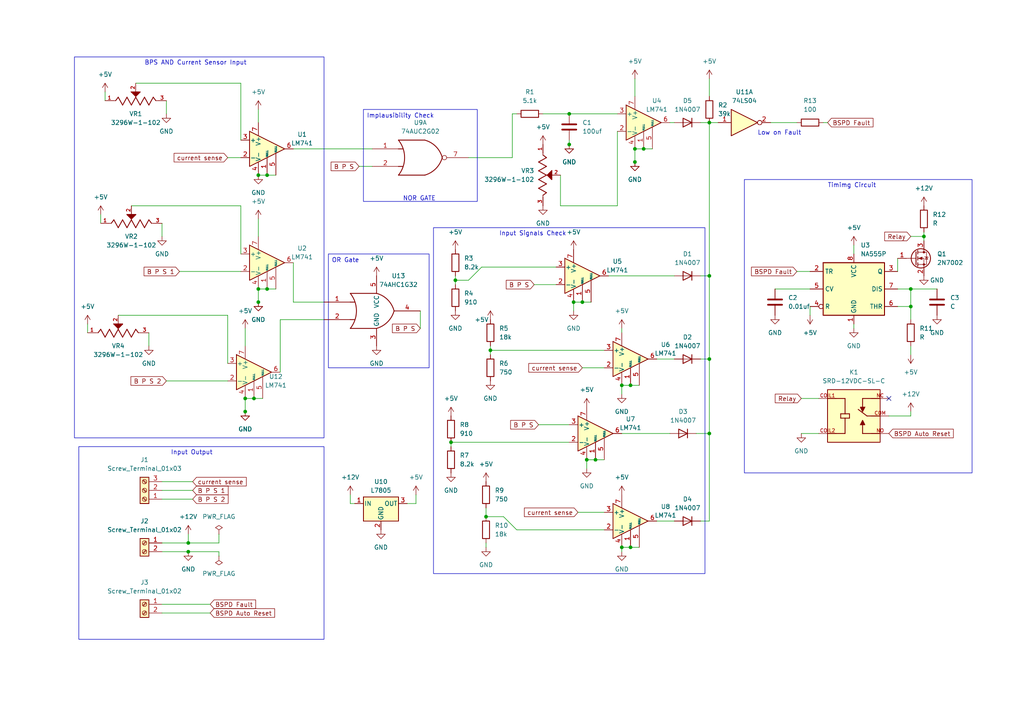
<source format=kicad_sch>
(kicad_sch (version 20230121) (generator eeschema)
  (paper "A4")
  (title_block (title "Shrey Shalan") (rev "V1") (company "Phoenix Racing"))
  (lib_symbols
    (symbol "3296W-1-102:3296W-1-102" (pin_names (offset 1.016))
      (property "Reference" "VR" (at -5.0871 10.1742 0))
      (property "Value" "3296W-1-102" (at -5.0926 -5.0926 0))
      (symbol "3296W-1-102_0_0"
        (polyline (pts (xy -6.35 0) (xy -5.842 0)) (stroke (width 0.1524)))
        (polyline (pts (xy -5.842 0) (xy -5.08 1.016)) (stroke (width 0.254)))
        (polyline (pts (xy -5.08 1.016) (xy -3.81 -1.27)) (stroke (width 0.254)))
        (polyline (pts (xy -3.81 -1.27) (xy -2.54 1.016)) (stroke (width 0.254)))
        (polyline (pts (xy -2.54 1.016) (xy -1.27 -1.27)) (stroke (width 0.254)))
        (polyline (pts (xy -1.27 -1.27) (xy 0 1.016)) (stroke (width 0.254)))
        (polyline (pts (xy -1.27 2.54) (xy 1.27 2.54)) (stroke (width 0.254)))
        (polyline (pts (xy 0 1.016) (xy 1.27 -1.27)) (stroke (width 0.254)))
        (polyline (pts (xy 0 1.27) (xy -1.27 2.54)) (stroke (width 0.254)))
        (polyline (pts (xy 1.27 -1.27) (xy 2.54 1.016)) (stroke (width 0.254)))
        (polyline (pts (xy 1.27 2.54) (xy 0 1.27)) (stroke (width 0.254)))
        (polyline (pts (xy 2.54 1.016) (xy 3.81 -1.27)) (stroke (width 0.254)))
        (polyline (pts (xy 3.81 -1.27) (xy 5.08 1.016)) (stroke (width 0.254)))
        (polyline (pts (xy 5.842 0) (xy 5.08 1.016)) (stroke (width 0.254)))
        (polyline (pts (xy 5.842 0) (xy 6.35 0)) (stroke (width 0.1524)))
        (polyline (pts (xy -1.27 2.54) (xy 1.27 2.54) (xy 0 1.27) (xy -1.27 2.54)) (stroke (width 0.254)) (fill (type outline)))
        (pin passive line (at -8.89 0 0) (length 2.54) (name "~") (number "1"))
        (pin passive line (at 0 5.08 270) (length 2.54) (name "~") (number "2"))
        (pin passive line (at 8.89 0 180) (length 2.54) (name "~") (number "3"))
      )
    )
    (symbol "74xGxx:74AHC1G32"
      (property "Reference" "U" (at -2.54 3.81 0))
      (property "Value" "74AHC1G32" (at 0 -3.81 0))
      (symbol "74AHC1G32_0_1"
        (arc (start -7.62 -5.08) (mid -5.838 0) (end -7.62 5.08) (stroke (width 0.254)))
        (arc (start 0 -5.08) (mid 3.1986 -3.2054) (end 5.08 0) (stroke (width 0.254)))
        (polyline (pts (xy -7.62 -2.54) (xy -6.35 -2.54)) (stroke (width 0.254)) (fill (type background)))
        (polyline (pts (xy -7.62 2.54) (xy -6.35 2.54)) (stroke (width 0.254)) (fill (type background)))
        (polyline (pts (xy 0 -5.08) (xy -7.62 -5.08)) (stroke (width 0.254)) (fill (type background)))
        (polyline (pts (xy 0 5.08) (xy -7.62 5.08)) (stroke (width 0.254)) (fill (type background)))
        (arc (start 5.08 0) (mid 3.2238 3.2304) (end 0 5.08) (stroke (width 0.254)))
      )
      (symbol "74AHC1G32_1_1"
        (pin input line (at -15.24 2.54 0) (length 7.62) (name "~") (number "1"))
        (pin input line (at -15.24 -2.54 0) (length 7.62) (name "~") (number "2"))
        (pin power_in line (at 0 -10.16 90) (length 5.08) (name "GND") (number "3"))
        (pin output line (at 12.7 0 180) (length 7.62) (name "~") (number "4"))
        (pin power_in line (at 0 10.16 270) (length 5.08) (name "VCC") (number "5"))
      )
    )
    (symbol "74xGxx:74AUC2G02"
      (property "Reference" "U" (at -2.54 3.81 0))
      (property "Value" "74AUC2G02" (at 0 -3.81 0))
      (symbol "74AUC2G02_1_1"
        (arc (start -7.62 -5.08) (mid -5.838 0) (end -7.62 5.08) (stroke (width 0.254)))
        (arc (start 0 -5.08) (mid 3.1986 -3.2054) (end 5.08 0) (stroke (width 0.254)))
        (polyline (pts (xy -7.62 -2.54) (xy -6.35 -2.54)) (stroke (width 0.254)) (fill (type background)))
        (polyline (pts (xy -7.62 2.54) (xy -6.35 2.54)) (stroke (width 0.254)) (fill (type background)))
        (polyline (pts (xy 0 -5.08) (xy -7.62 -5.08)) (stroke (width 0.254)) (fill (type background)))
        (polyline (pts (xy 0 5.08) (xy -7.62 5.08)) (stroke (width 0.254)) (fill (type background)))
        (arc (start 5.08 0) (mid 3.2238 3.2304) (end 0 5.08) (stroke (width 0.254)))
        (pin input line (at -15.24 2.54 0) (length 7.62) (name "~") (number "1"))
        (pin input line (at -15.24 -2.54 0) (length 7.62) (name "~") (number "2"))
        (pin output inverted (at 12.7 0 180) (length 7.62) (name "~") (number "7"))
      )
      (symbol "74AUC2G02_2_1"
        (arc (start -7.62 -5.08) (mid -5.838 0) (end -7.62 5.08) (stroke (width 0.254)))
        (arc (start 0 -5.08) (mid 3.1986 -3.2054) (end 5.08 0) (stroke (width 0.254)))
        (polyline (pts (xy -7.62 -2.54) (xy -6.35 -2.54)) (stroke (width 0.254)) (fill (type background)))
        (polyline (pts (xy -7.62 2.54) (xy -6.35 2.54)) (stroke (width 0.254)) (fill (type background)))
        (polyline (pts (xy 0 -5.08) (xy -7.62 -5.08)) (stroke (width 0.254)) (fill (type background)))
        (polyline (pts (xy 0 5.08) (xy -7.62 5.08)) (stroke (width 0.254)) (fill (type background)))
        (arc (start 5.08 0) (mid 3.2238 3.2304) (end 0 5.08) (stroke (width 0.254)))
        (pin output inverted (at 12.7 0 180) (length 7.62) (name "~") (number "3"))
        (pin input line (at -15.24 2.54 0) (length 7.62) (name "~") (number "5"))
        (pin input line (at -15.24 -2.54 0) (length 7.62) (name "~") (number "6"))
      )
      (symbol "74AUC2G02_3_0"
        (rectangle (start -5.08 -5.08) (end 5.08 5.08) (stroke (width 0.254)) (fill (type background)))
      )
      (symbol "74AUC2G02_3_1"
        (pin power_in line (at 0 -10.16 90) (length 5.08) (name "GND") (number "4"))
        (pin power_in line (at 0 10.16 270) (length 5.08) (name "VCC") (number "8"))
      )
    )
    (symbol "74xx:74LS04"
      (property "Reference" "U" (at 0 1.27 0))
      (property "Value" "74LS04" (at 0 -1.27 0))
      (symbol "74LS04_1_0"
        (polyline (pts (xy -3.81 3.81) (xy -3.81 -3.81) (xy 3.81 0) (xy -3.81 3.81)) (stroke (width 0.254)) (fill (type background)))
        (pin input line (at -7.62 0 0) (length 3.81) (name "~") (number "1"))
        (pin output inverted (at 7.62 0 180) (length 3.81) (name "~") (number "2"))
      )
      (symbol "74LS04_2_0"
        (polyline (pts (xy -3.81 3.81) (xy -3.81 -3.81) (xy 3.81 0) (xy -3.81 3.81)) (stroke (width 0.254)) (fill (type background)))
        (pin input line (at -7.62 0 0) (length 3.81) (name "~") (number "3"))
        (pin output inverted (at 7.62 0 180) (length 3.81) (name "~") (number "4"))
      )
      (symbol "74LS04_3_0"
        (polyline (pts (xy -3.81 3.81) (xy -3.81 -3.81) (xy 3.81 0) (xy -3.81 3.81)) (stroke (width 0.254)) (fill (type background)))
        (pin input line (at -7.62 0 0) (length 3.81) (name "~") (number "5"))
        (pin output inverted (at 7.62 0 180) (length 3.81) (name "~") (number "6"))
      )
      (symbol "74LS04_4_0"
        (polyline (pts (xy -3.81 3.81) (xy -3.81 -3.81) (xy 3.81 0) (xy -3.81 3.81)) (stroke (width 0.254)) (fill (type background)))
        (pin output inverted (at 7.62 0 180) (length 3.81) (name "~") (number "8"))
        (pin input line (at -7.62 0 0) (length 3.81) (name "~") (number "9"))
      )
      (symbol "74LS04_5_0"
        (polyline (pts (xy -3.81 3.81) (xy -3.81 -3.81) (xy 3.81 0) (xy -3.81 3.81)) (stroke (width 0.254)) (fill (type background)))
        (pin output inverted (at 7.62 0 180) (length 3.81) (name "~") (number "10"))
        (pin input line (at -7.62 0 0) (length 3.81) (name "~") (number "11"))
      )
      (symbol "74LS04_6_0"
        (polyline (pts (xy -3.81 3.81) (xy -3.81 -3.81) (xy 3.81 0) (xy -3.81 3.81)) (stroke (width 0.254)) (fill (type background)))
        (pin output inverted (at 7.62 0 180) (length 3.81) (name "~") (number "12"))
        (pin input line (at -7.62 0 0) (length 3.81) (name "~") (number "13"))
      )
      (symbol "74LS04_7_0"
        (pin power_in line (at 0 12.7 270) (length 5.08) (name "VCC") (number "14"))
        (pin power_in line (at 0 -12.7 90) (length 5.08) (name "GND") (number "7"))
      )
      (symbol "74LS04_7_1"
        (rectangle (start -5.08 7.62) (end 5.08 -7.62) (stroke (width 0.254)) (fill (type background)))
      )
    )
    (symbol "Amplifier_Operational:LM741" (pin_names (offset 0.127))
      (property "Reference" "U" (at 0 6.35 0))
      (property "Value" "LM741" (at 0 3.81 0))
      (symbol "LM741_0_1"
        (polyline (pts (xy -5.08 5.08) (xy 5.08 0) (xy -5.08 -5.08) (xy -5.08 5.08)) (stroke (width 0.254)) (fill (type background)))
      )
      (symbol "LM741_1_1"
        (pin input line (at 0 -7.62 90) (length 5.08) (name "NULL") (number "1"))
        (pin input line (at -7.62 -2.54 0) (length 2.54) (name "-") (number "2"))
        (pin input line (at -7.62 2.54 0) (length 2.54) (name "+") (number "3"))
        (pin power_in line (at -2.54 -7.62 90) (length 3.81) (name "V-") (number "4"))
        (pin input line (at 2.54 -7.62 90) (length 6.35) (name "NULL") (number "5"))
        (pin output line (at 7.62 0 180) (length 2.54) (name "~") (number "6"))
        (pin power_in line (at -2.54 7.62 270) (length 3.81) (name "V+") (number "7"))
        (pin no_connect line (at 0 2.54 270) (length 2.54) hide (name "NC") (number "8"))
      )
    )
    (symbol "Connector:Screw_Terminal_01x02" (pin_names (offset 1.016) hide)
      (property "Reference" "J" (at 0 2.54 0))
      (property "Value" "Screw_Terminal_01x02" (at 0 -5.08 0))
      (symbol "Screw_Terminal_01x02_1_1"
        (rectangle (start -1.27 1.27) (end 1.27 -3.81) (stroke (width 0.254)) (fill (type background)))
        (circle (center 0 -2.54) (radius 0.635) (stroke (width 0.1524)))
        (polyline (pts (xy -0.5334 -2.2098) (xy 0.3302 -3.048)) (stroke (width 0.1524)))
        (polyline (pts (xy -0.5334 0.3302) (xy 0.3302 -0.508)) (stroke (width 0.1524)))
        (polyline (pts (xy -0.3556 -2.032) (xy 0.508 -2.8702)) (stroke (width 0.1524)))
        (polyline (pts (xy -0.3556 0.508) (xy 0.508 -0.3302)) (stroke (width 0.1524)))
        (circle (center 0 0) (radius 0.635) (stroke (width 0.1524)))
        (pin passive line (at -5.08 0 0) (length 3.81) (name "Pin_1") (number "1"))
        (pin passive line (at -5.08 -2.54 0) (length 3.81) (name "Pin_2") (number "2"))
      )
    )
    (symbol "Connector:Screw_Terminal_01x03" (pin_names (offset 1.016) hide)
      (property "Reference" "J" (at 0 5.08 0))
      (property "Value" "Screw_Terminal_01x03" (at 0 -5.08 0))
      (symbol "Screw_Terminal_01x03_1_1"
        (rectangle (start -1.27 3.81) (end 1.27 -3.81) (stroke (width 0.254)) (fill (type background)))
        (circle (center 0 -2.54) (radius 0.635) (stroke (width 0.1524)))
        (polyline (pts (xy -0.5334 -2.2098) (xy 0.3302 -3.048)) (stroke (width 0.1524)))
        (polyline (pts (xy -0.5334 0.3302) (xy 0.3302 -0.508)) (stroke (width 0.1524)))
        (polyline (pts (xy -0.5334 2.8702) (xy 0.3302 2.032)) (stroke (width 0.1524)))
        (polyline (pts (xy -0.3556 -2.032) (xy 0.508 -2.8702)) (stroke (width 0.1524)))
        (polyline (pts (xy -0.3556 0.508) (xy 0.508 -0.3302)) (stroke (width 0.1524)))
        (polyline (pts (xy -0.3556 3.048) (xy 0.508 2.2098)) (stroke (width 0.1524)))
        (circle (center 0 0) (radius 0.635) (stroke (width 0.1524)))
        (circle (center 0 2.54) (radius 0.635) (stroke (width 0.1524)))
        (pin passive line (at -5.08 2.54 0) (length 3.81) (name "Pin_1") (number "1"))
        (pin passive line (at -5.08 0 0) (length 3.81) (name "Pin_2") (number "2"))
        (pin passive line (at -5.08 -2.54 0) (length 3.81) (name "Pin_3") (number "3"))
      )
    )
    (symbol "Device:C" (pin_numbers hide) (pin_names (offset 0.254))
      (property "Reference" "C" (at 0.635 2.54 0))
      (property "Value" "C" (at 0.635 -2.54 0))
      (symbol "C_0_1"
        (polyline (pts (xy -2.032 -0.762) (xy 2.032 -0.762)) (stroke (width 0.508)))
        (polyline (pts (xy -2.032 0.762) (xy 2.032 0.762)) (stroke (width 0.508)))
      )
      (symbol "C_1_1"
        (pin passive line (at 0 3.81 270) (length 2.794) (name "~") (number "1"))
        (pin passive line (at 0 -3.81 90) (length 2.794) (name "~") (number "2"))
      )
    )
    (symbol "Device:R" (pin_numbers hide) (pin_names (offset 0))
      (property "Reference" "R" (at 2.032 0 90))
      (property "Value" "R" (at 0 0 90))
      (symbol "R_0_1"
        (rectangle (start -1.016 -2.54) (end 1.016 2.54) (stroke (width 0.254)))
      )
      (symbol "R_1_1"
        (pin passive line (at 0 3.81 270) (length 1.27) (name "~") (number "1"))
        (pin passive line (at 0 -3.81 90) (length 1.27) (name "~") (number "2"))
      )
    )
    (symbol "Diode:1N4007" (pin_numbers hide) (pin_names hide)
      (property "Reference" "D" (at 0 2.54 0))
      (property "Value" "1N4007" (at 0 -2.54 0))
      (symbol "1N4007_0_1"
        (polyline (pts (xy -1.27 1.27) (xy -1.27 -1.27)) (stroke (width 0.254)))
        (polyline (pts (xy 1.27 0) (xy -1.27 0)))
        (polyline (pts (xy 1.27 1.27) (xy 1.27 -1.27) (xy -1.27 0) (xy 1.27 1.27)) (stroke (width 0.254)))
      )
      (symbol "1N4007_1_1"
        (pin passive line (at -3.81 0 0) (length 2.54) (name "K") (number "1"))
        (pin passive line (at 3.81 0 180) (length 2.54) (name "A") (number "2"))
      )
    )
    (symbol "Regulator_Linear:L7805" (pin_names (offset 0.254))
      (property "Reference" "U" (at -3.81 3.175 0))
      (property "Value" "L7805" (at 0 3.175 0))
      (symbol "L7805_0_1"
        (rectangle (start -5.08 1.905) (end 5.08 -5.08) (stroke (width 0.254)) (fill (type background)))
      )
      (symbol "L7805_1_1"
        (pin power_in line (at -7.62 0 0) (length 2.54) (name "IN") (number "1"))
        (pin power_in line (at 0 -7.62 90) (length 2.54) (name "GND") (number "2"))
        (pin power_out line (at 7.62 0 180) (length 2.54) (name "OUT") (number "3"))
      )
    )
    (symbol "SRD-12VDC-SL-C:SRD-12VDC-SL-C" (pin_names (offset 1.016))
      (property "Reference" "K" (at -7.62 8.89 0))
      (property "Value" "SRD-12VDC-SL-C" (at -7.62 -10.16 0))
      (symbol "SRD-12VDC-SL-C_0_0"
        (rectangle (start -7.62 -7.62) (end 7.62 7.62) (stroke (width 0.254)) (fill (type background)))
        (polyline (pts (xy -7.62 -5.08) (xy -2.54 -5.08)) (stroke (width 0.254)))
        (polyline (pts (xy -7.62 5.08) (xy -2.54 5.08)) (stroke (width 0.254)))
        (polyline (pts (xy -3.81 -0.635) (xy -3.81 0.635)) (stroke (width 0.254)))
        (polyline (pts (xy -3.81 0.635) (xy -2.54 0.635)) (stroke (width 0.254)))
        (polyline (pts (xy -2.54 -0.635) (xy -3.81 -0.635)) (stroke (width 0.254)))
        (polyline (pts (xy -2.54 -0.635) (xy -2.54 -5.08)) (stroke (width 0.254)))
        (polyline (pts (xy -2.54 0.635) (xy -1.27 0.635)) (stroke (width 0.254)))
        (polyline (pts (xy -2.54 5.08) (xy -2.54 0.635)) (stroke (width 0.254)))
        (polyline (pts (xy -1.27 -0.635) (xy -2.54 -0.635)) (stroke (width 0.254)))
        (polyline (pts (xy -1.27 0.635) (xy -1.27 -0.635)) (stroke (width 0.254)))
        (polyline (pts (xy 2.54 -5.08) (xy 2.54 -2.54)) (stroke (width 0.254)))
        (polyline (pts (xy 2.54 5.08) (xy 2.54 2.54)) (stroke (width 0.254)))
        (polyline (pts (xy 2.54 5.08) (xy 7.62 5.08)) (stroke (width 0.254)))
        (polyline (pts (xy 3.81 0) (xy 1.27 1.905)) (stroke (width 0.254)))
        (polyline (pts (xy 7.62 -5.08) (xy 2.54 -5.08)) (stroke (width 0.254)))
        (polyline (pts (xy 7.62 0) (xy 3.81 0)) (stroke (width 0.254)))
        (polyline (pts (xy 1.905 -2.54) (xy 3.175 -2.54) (xy 2.54 -1.27) (xy 1.905 -2.54)) (stroke (width 0.254)) (fill (type outline)))
        (polyline (pts (xy 3.175 2.54) (xy 1.905 2.54) (xy 2.54 1.27) (xy 3.175 2.54)) (stroke (width 0.254)) (fill (type outline)))
        (pin passive line (at -10.16 5.08 0) (length 5.08) (name "~") (number "COIL1"))
        (pin passive line (at -10.16 -5.08 0) (length 5.08) (name "~") (number "COIL2"))
        (pin passive line (at 10.16 0 180) (length 5.08) (name "~") (number "COM"))
        (pin passive line (at 10.16 5.08 180) (length 5.08) (name "~") (number "NC"))
        (pin passive line (at 10.16 -5.08 180) (length 5.08) (name "~") (number "NO"))
      )
    )
    (symbol "Timer:NA555P"
      (property "Reference" "U" (at -10.16 8.89 0))
      (property "Value" "NA555P" (at 2.54 8.89 0))
      (symbol "NA555P_0_0"
        (pin power_in line (at 0 -10.16 90) (length 2.54) (name "GND") (number "1"))
        (pin power_in line (at 0 10.16 270) (length 2.54) (name "VCC") (number "8"))
      )
      (symbol "NA555P_0_1"
        (rectangle (start -8.89 -7.62) (end 8.89 7.62) (stroke (width 0.254)) (fill (type background)))
        (rectangle (start -8.89 -7.62) (end 8.89 7.62) (stroke (width 0.254)) (fill (type background)))
      )
      (symbol "NA555P_1_1"
        (pin input line (at -12.7 5.08 0) (length 3.81) (name "TR") (number "2"))
        (pin output line (at 12.7 5.08 180) (length 3.81) (name "Q") (number "3"))
        (pin input inverted (at -12.7 -5.08 0) (length 3.81) (name "R") (number "4"))
        (pin input line (at -12.7 0 0) (length 3.81) (name "CV") (number "5"))
        (pin input line (at 12.7 -5.08 180) (length 3.81) (name "THR") (number "6"))
        (pin input line (at 12.7 0 180) (length 3.81) (name "DIS") (number "7"))
      )
    )
    (symbol "Transistor_FET:2N7002" (pin_names hide)
      (property "Reference" "Q" (at 5.08 1.905 0))
      (property "Value" "2N7002" (at 5.08 0 0))
      (symbol "2N7002_0_1"
        (polyline (pts (xy 0.254 0) (xy -2.54 0)))
        (polyline (pts (xy 0.254 1.905) (xy 0.254 -1.905)) (stroke (width 0.254)))
        (polyline (pts (xy 0.762 -1.27) (xy 0.762 -2.286)) (stroke (width 0.254)))
        (polyline (pts (xy 0.762 0.508) (xy 0.762 -0.508)) (stroke (width 0.254)))
        (polyline (pts (xy 0.762 2.286) (xy 0.762 1.27)) (stroke (width 0.254)))
        (polyline (pts (xy 2.54 2.54) (xy 2.54 1.778)))
        (polyline (pts (xy 2.54 -2.54) (xy 2.54 0) (xy 0.762 0)))
        (polyline (pts (xy 0.762 -1.778) (xy 3.302 -1.778) (xy 3.302 1.778) (xy 0.762 1.778)))
        (polyline (pts (xy 1.016 0) (xy 2.032 0.381) (xy 2.032 -0.381) (xy 1.016 0)) (fill (type outline)))
        (polyline (pts (xy 2.794 0.508) (xy 2.921 0.381) (xy 3.683 0.381) (xy 3.81 0.254)))
        (polyline (pts (xy 3.302 0.381) (xy 2.921 -0.254) (xy 3.683 -0.254) (xy 3.302 0.381)))
        (circle (center 1.651 0) (radius 2.794) (stroke (width 0.254)))
        (circle (center 2.54 -1.778) (radius 0.254) (fill (type outline)))
        (circle (center 2.54 1.778) (radius 0.254) (fill (type outline)))
      )
      (symbol "2N7002_1_1"
        (pin input line (at -5.08 0 0) (length 2.54) (name "G") (number "1"))
        (pin passive line (at 2.54 -5.08 90) (length 2.54) (name "S") (number "2"))
        (pin passive line (at 2.54 5.08 270) (length 2.54) (name "D") (number "3"))
      )
    )
    (symbol "power:+12V" (power) (pin_names (offset 0))
      (property "Value" "+12V" (at 0 3.556 0))
      (symbol "+12V_0_1"
        (polyline (pts (xy -0.762 1.27) (xy 0 2.54)))
        (polyline (pts (xy 0 0) (xy 0 2.54)))
        (polyline (pts (xy 0 2.54) (xy 0.762 1.27)))
      )
      (symbol "+12V_1_1"
        (pin power_in line (at 0 0 90) (length 0) hide (name "+12V") (number "1"))
      )
    )
    (symbol "power:+5V" (power) (pin_names (offset 0))
      (property "Value" "+5V" (at 0 3.556 0))
      (symbol "+5V_0_1"
        (polyline (pts (xy -0.762 1.27) (xy 0 2.54)))
        (polyline (pts (xy 0 0) (xy 0 2.54)))
        (polyline (pts (xy 0 2.54) (xy 0.762 1.27)))
      )
      (symbol "+5V_1_1"
        (pin power_in line (at 0 0 90) (length 0) hide (name "+5V") (number "1"))
      )
    )
    (symbol "power:GND" (power) (pin_names (offset 0))
      (property "Value" "GND" (at 0 -3.81 0))
      (symbol "GND_0_1"
        (polyline (pts (xy 0 0) (xy 0 -1.27) (xy 1.27 -1.27) (xy 0 -2.54) (xy -1.27 -1.27) (xy 0 -1.27)))
      )
      (symbol "GND_1_1"
        (pin power_in line (at 0 0 270) (length 0) hide (name "GND") (number "1"))
      )
    )
    (symbol "power:PWR_FLAG" (power) (pin_numbers hide) (pin_names (offset 0) hide)
      (property "Value" "PWR_FLAG" (at 0 3.81 0))
      (symbol "PWR_FLAG_0_0"
        (pin power_out line (at 0 0 90) (length 0) (name "pwr") (number "1"))
      )
      (symbol "PWR_FLAG_0_1"
        (polyline (pts (xy 0 0) (xy 0 1.27) (xy -1.016 1.905) (xy 0 2.54) (xy 1.016 1.905) (xy 0 1.27)))
      )
    )
  )
  (junction (at 205.74 125.73))
  (junction (at 170.18 133.35))
  (junction (at 172.72 133.35))
  (junction (at 205.74 80.01))
  (junction (at 74.93 50.8))
  (junction (at 186.69 43.18))
  (junction (at 180.34 158.75))
  (junction (at 264.16 88.9))
  (junction (at 182.88 111.76))
  (junction (at 180.34 111.76))
  (junction (at 132.08 81.28))
  (junction (at 267.97 68.58))
  (junction (at 184.15 46.99))
  (junction (at 77.47 50.8))
  (junction (at 205.74 104.14))
  (junction (at 73.66 115.57))
  (junction (at 165.1 33.02))
  (junction (at 54.61 160.02))
  (junction (at 74.93 87.63))
  (junction (at 71.12 115.57))
  (junction (at 166.37 87.63))
  (junction (at 184.15 43.18))
  (junction (at 264.16 83.82))
  (junction (at 140.97 149.86))
  (junction (at 54.61 157.48))
  (junction (at 182.88 158.75))
  (junction (at 77.47 83.82))
  (junction (at 71.12 119.38))
  (junction (at 168.91 87.63))
  (junction (at 74.93 83.82))
  (junction (at 142.24 101.6))
  (junction (at 130.81 128.27))
  (junction (at 205.74 35.56))
  (junction (at 165.1 41.91))
  (no_connect (at 257.81 115.57))
  (wire (pts (xy 184.15 43.18) (xy 186.69 43.18)))
  (wire (pts (xy 130.81 128.27) (xy 165.1 128.27)))
  (wire (pts (xy 46.99 64.77) (xy 46.99 68.58)))
  (wire (pts (xy 132.08 81.28) (xy 132.08 82.55)))
  (wire (pts (xy 190.5 104.14) (xy 195.58 104.14)))
  (wire (pts (xy 234.95 88.9) (xy 234.95 91.44)))
  (wire (pts (xy 224.79 83.82) (xy 234.95 83.82)))
  (wire (pts (xy 149.86 153.67) (xy 146.05 149.86)))
  (wire (pts (xy 48.26 110.49) (xy 66.04 110.49)))
  (wire (pts (xy 46.99 157.48) (xy 54.61 157.48)))
  (wire (pts (xy 203.2 151.13) (xy 205.74 151.13)))
  (wire (pts (xy 148.59 33.02) (xy 149.86 33.02)))
  (wire (pts (xy 154.94 82.55) (xy 161.29 82.55)))
  (wire (pts (xy 46.99 160.02) (xy 54.61 160.02)))
  (wire (pts (xy 186.69 43.18) (xy 189.23 43.18)))
  (wire (pts (xy 101.6 143.51) (xy 101.6 146.05)))
  (wire (pts (xy 203.2 35.56) (xy 205.74 35.56)))
  (wire (pts (xy 132.08 80.01) (xy 132.08 81.28)))
  (wire (pts (xy 139.7 77.47) (xy 161.29 77.47)))
  (wire (pts (xy 231.14 78.74) (xy 234.95 78.74)))
  (wire (pts (xy 121.92 90.17) (xy 121.92 95.25)))
  (wire (pts (xy 223.52 35.56) (xy 231.14 35.56)))
  (wire (pts (xy 166.37 87.63) (xy 168.91 87.63)))
  (wire (pts (xy 54.61 160.02) (xy 63.5 160.02)))
  (wire (pts (xy 179.07 59.69) (xy 179.07 38.1)))
  (wire (pts (xy 264.16 83.82) (xy 264.16 88.9)))
  (wire (pts (xy 46.99 177.8) (xy 60.96 177.8)))
  (wire (pts (xy 156.21 123.19) (xy 165.1 123.19)))
  (wire (pts (xy 184.15 22.86) (xy 184.15 27.94)))
  (wire (pts (xy 101.6 146.05) (xy 102.87 146.05)))
  (wire (pts (xy 264.16 119.38) (xy 264.16 120.65)))
  (wire (pts (xy 85.09 43.18) (xy 107.95 43.18)))
  (wire (pts (xy 43.18 96.52) (xy 43.18 100.33)))
  (wire (pts (xy 132.08 81.28) (xy 135.89 81.28)))
  (wire (pts (xy 205.74 80.01) (xy 205.74 104.14)))
  (wire (pts (xy 30.48 26.67) (xy 30.48 29.21)))
  (wire (pts (xy 39.37 24.13) (xy 69.85 24.13)))
  (wire (pts (xy 182.88 158.75) (xy 185.42 158.75)))
  (wire (pts (xy 142.24 101.6) (xy 175.26 101.6)))
  (wire (pts (xy 238.76 35.56) (xy 240.03 35.56)))
  (wire (pts (xy 264.16 68.58) (xy 267.97 68.58)))
  (wire (pts (xy 165.1 33.02) (xy 179.07 33.02)))
  (wire (pts (xy 247.65 71.12) (xy 247.65 73.66)))
  (wire (pts (xy 180.34 158.75) (xy 180.34 160.02)))
  (wire (pts (xy 205.74 35.56) (xy 205.74 80.01)))
  (wire (pts (xy 140.97 147.32) (xy 140.97 149.86)))
  (wire (pts (xy 73.66 115.57) (xy 76.2 115.57)))
  (wire (pts (xy 54.61 154.94) (xy 54.61 157.48)))
  (wire (pts (xy 77.47 50.8) (xy 80.01 50.8)))
  (wire (pts (xy 182.88 111.76) (xy 185.42 111.76)))
  (wire (pts (xy 54.61 157.48) (xy 63.5 157.48)))
  (wire (pts (xy 205.74 35.56) (xy 208.28 35.56)))
  (wire (pts (xy 48.26 29.21) (xy 48.26 33.02)))
  (wire (pts (xy 74.93 83.82) (xy 74.93 87.63)))
  (wire (pts (xy 81.28 92.71) (xy 81.28 107.95)))
  (wire (pts (xy 180.34 95.25) (xy 180.34 96.52)))
  (wire (pts (xy 267.97 68.58) (xy 267.97 69.85)))
  (wire (pts (xy 63.5 154.94) (xy 63.5 157.48)))
  (wire (pts (xy 176.53 80.01) (xy 195.58 80.01)))
  (wire (pts (xy 260.35 83.82) (xy 264.16 83.82)))
  (wire (pts (xy 165.1 40.64) (xy 165.1 41.91)))
  (wire (pts (xy 257.81 120.65) (xy 264.16 120.65)))
  (wire (pts (xy 232.41 125.73) (xy 237.49 125.73)))
  (wire (pts (xy 46.99 142.24) (xy 55.88 142.24)))
  (wire (pts (xy 29.21 62.23) (xy 29.21 64.77)))
  (wire (pts (xy 52.07 78.74) (xy 69.85 78.74)))
  (wire (pts (xy 74.93 63.5) (xy 74.93 68.58)))
  (wire (pts (xy 201.93 125.73) (xy 205.74 125.73)))
  (wire (pts (xy 180.34 158.75) (xy 182.88 158.75)))
  (wire (pts (xy 66.04 91.44) (xy 66.04 105.41)))
  (wire (pts (xy 232.41 115.57) (xy 237.49 115.57)))
  (wire (pts (xy 167.64 148.59) (xy 175.26 148.59)))
  (wire (pts (xy 71.12 115.57) (xy 73.66 115.57)))
  (wire (pts (xy 46.99 175.26) (xy 60.96 175.26)))
  (wire (pts (xy 38.1 59.69) (xy 69.85 59.69)))
  (wire (pts (xy 148.59 45.72) (xy 135.89 45.72)))
  (wire (pts (xy 140.97 149.86) (xy 146.05 149.86)))
  (wire (pts (xy 66.04 45.72) (xy 69.85 45.72)))
  (wire (pts (xy 180.34 111.76) (xy 180.34 114.3)))
  (wire (pts (xy 71.12 95.25) (xy 71.12 100.33)))
  (wire (pts (xy 247.65 93.98) (xy 247.65 95.25)))
  (wire (pts (xy 104.14 48.26) (xy 107.95 48.26)))
  (wire (pts (xy 190.5 151.13) (xy 195.58 151.13)))
  (wire (pts (xy 157.48 33.02) (xy 165.1 33.02)))
  (wire (pts (xy 85.09 87.63) (xy 85.09 76.2)))
  (wire (pts (xy 74.93 83.82) (xy 77.47 83.82)))
  (wire (pts (xy 168.91 87.63) (xy 171.45 87.63)))
  (wire (pts (xy 69.85 24.13) (xy 69.85 40.64)))
  (wire (pts (xy 260.35 88.9) (xy 264.16 88.9)))
  (wire (pts (xy 194.31 35.56) (xy 195.58 35.56)))
  (wire (pts (xy 149.86 153.67) (xy 175.26 153.67)))
  (wire (pts (xy 162.56 59.69) (xy 179.07 59.69)))
  (wire (pts (xy 170.18 133.35) (xy 172.72 133.35)))
  (wire (pts (xy 162.56 50.8) (xy 162.56 59.69)))
  (wire (pts (xy 184.15 43.18) (xy 184.15 46.99)))
  (wire (pts (xy 203.2 104.14) (xy 205.74 104.14)))
  (wire (pts (xy 267.97 67.31) (xy 267.97 68.58)))
  (wire (pts (xy 170.18 133.35) (xy 170.18 135.89)))
  (wire (pts (xy 205.74 125.73) (xy 205.74 151.13)))
  (wire (pts (xy 71.12 115.57) (xy 71.12 119.38)))
  (wire (pts (xy 139.7 77.47) (xy 135.89 81.28)))
  (wire (pts (xy 69.85 59.69) (xy 69.85 73.66)))
  (wire (pts (xy 142.24 101.6) (xy 142.24 102.87)))
  (wire (pts (xy 77.47 83.82) (xy 80.01 83.82)))
  (wire (pts (xy 34.29 91.44) (xy 66.04 91.44)))
  (wire (pts (xy 130.81 128.27) (xy 130.81 129.54)))
  (wire (pts (xy 81.28 92.71) (xy 93.98 92.71)))
  (wire (pts (xy 118.11 146.05) (xy 120.65 146.05)))
  (wire (pts (xy 74.93 50.8) (xy 77.47 50.8)))
  (wire (pts (xy 264.16 100.33) (xy 264.16 102.87)))
  (wire (pts (xy 260.35 74.93) (xy 260.35 78.74)))
  (wire (pts (xy 148.59 33.02) (xy 148.59 45.72)))
  (wire (pts (xy 142.24 100.33) (xy 142.24 101.6)))
  (wire (pts (xy 46.99 144.78) (xy 55.88 144.78)))
  (wire (pts (xy 93.98 87.63) (xy 85.09 87.63)))
  (wire (pts (xy 74.93 31.75) (xy 74.93 35.56)))
  (wire (pts (xy 180.34 125.73) (xy 194.31 125.73)))
  (wire (pts (xy 180.34 111.76) (xy 182.88 111.76)))
  (wire (pts (xy 264.16 92.71) (xy 264.16 88.9)))
  (wire (pts (xy 264.16 83.82) (xy 271.78 83.82)))
  (wire (pts (xy 140.97 157.48) (xy 140.97 158.75)))
  (wire (pts (xy 166.37 87.63) (xy 166.37 90.17)))
  (wire (pts (xy 168.91 106.68) (xy 175.26 106.68)))
  (wire (pts (xy 120.65 143.51) (xy 120.65 146.05)))
  (wire (pts (xy 63.5 160.02) (xy 63.5 161.29)))
  (wire (pts (xy 203.2 80.01) (xy 205.74 80.01)))
  (wire (pts (xy 205.74 22.86) (xy 205.74 27.94)))
  (wire (pts (xy 46.99 139.7) (xy 55.88 139.7)))
  (wire (pts (xy 172.72 133.35) (xy 175.26 133.35)))
  (wire (pts (xy 205.74 104.14) (xy 205.74 125.73)))
  (wire (pts (xy 25.4 93.98) (xy 25.4 96.52)))
  (rectangle (start 215.9 52.07) (end 281.94 137.16))
  (rectangle (start 21.59 16.51) (end 93.98 127))
  (rectangle (start 22.86 129.54) (end 93.98 185.42))
  (rectangle (start 125.73 66.04) (end 204.47 166.37))
  (text_box "OR Gate" (at 95.25 73.66 0) (size 29.21 33.02) (effects (font (size 1.27 1.27)) (justify left top)))
  (text_box "Implausibility Check" (at 105.41 31.75 0) (size 33.02 26.67) (effects (font (size 1.27 1.27)) (justify left top)))
  (text "Low on Fault" (at 219.71 39.37 0) (effects (font (size 1.27 1.27)) (justify left bottom)))
  (text "BPS AND Current Sensor Input" (at 41.91 19.05 0) (effects (font (size 1.27 1.27)) (justify left bottom)))
  (text "Input Signals Check" (at 144.78 68.58 0) (effects (font (size 1.27 1.27)) (justify left bottom)))
  (text "Timimg Circuit" (at 240.03 54.61 0) (effects (font (size 1.27 1.27)) (justify left bottom)))
  (text "Input Output" (at 49.53 132.08 0) (effects (font (size 1.27 1.27)) (justify left bottom)))
  (text "NOR GATE" (at 116.84 58.42 0) (effects (font (size 1.27 1.27)) (justify left bottom)))
  (global_label "B P S" (shape input) (at 156.21 123.19 180) (property "Intersheetrefs" "${INTERSHEET_REFS}" (effects hide)))
  (global_label "B P S 1" (shape input) (at 55.88 142.24 0) (property "Intersheetrefs" "${INTERSHEET_REFS}" (effects hide)))
  (global_label "current sense" (shape input) (at 167.64 148.59 180) (property "Intersheetrefs" "${INTERSHEET_REFS}" (effects hide)))
  (global_label "current sense" (shape input) (at 168.91 106.68 180) (property "Intersheetrefs" "${INTERSHEET_REFS}" (effects hide)))
  (global_label "BSPD Fault" (shape input) (at 231.14 78.74 180) (property "Intersheetrefs" "${INTERSHEET_REFS}" (effects hide)))
  (global_label "BSPD Fault" (shape input) (at 240.03 35.56 0) (property "Intersheetrefs" "${INTERSHEET_REFS}" (effects hide)))
  (global_label "B P S" (shape input) (at 121.92 95.25 180) (property "Intersheetrefs" "${INTERSHEET_REFS}" (effects hide)))
  (global_label "BSPD Auto Reset" (shape input) (at 257.81 125.73 0) (property "Intersheetrefs" "${INTERSHEET_REFS}" (effects hide)))
  (global_label "B P S 2" (shape input) (at 48.26 110.49 180) (property "Intersheetrefs" "${INTERSHEET_REFS}" (effects hide)))
  (global_label "B P S 2" (shape input) (at 55.88 144.78 0) (property "Intersheetrefs" "${INTERSHEET_REFS}" (effects hide)))
  (global_label "B P S" (shape input) (at 104.14 48.26 180) (property "Intersheetrefs" "${INTERSHEET_REFS}" (effects hide)))
  (global_label "BSPD Auto Reset" (shape input) (at 60.96 177.8 0) (property "Intersheetrefs" "${INTERSHEET_REFS}" (effects hide)))
  (global_label "Relay" (shape input) (at 264.16 68.58 180) (property "Intersheetrefs" "${INTERSHEET_REFS}" (effects hide)))
  (global_label "current sense" (shape input) (at 66.04 45.72 180) (property "Intersheetrefs" "${INTERSHEET_REFS}" (effects hide)))
  (global_label "B P S 1" (shape input) (at 52.07 78.74 180) (property "Intersheetrefs" "${INTERSHEET_REFS}" (effects hide)))
  (global_label "B P S" (shape input) (at 154.94 82.55 180) (property "Intersheetrefs" "${INTERSHEET_REFS}" (effects hide)))
  (global_label "current sense" (shape input) (at 55.88 139.7 0) (property "Intersheetrefs" "${INTERSHEET_REFS}" (effects hide)))
  (global_label "Relay" (shape input) (at 232.41 115.57 180) (property "Intersheetrefs" "${INTERSHEET_REFS}" (effects hide)))
  (global_label "BSPD Fault" (shape input) (at 60.96 175.26 0) (property "Intersheetrefs" "${INTERSHEET_REFS}" (effects hide)))
  (symbol (lib_id "3296W-1-102:3296W-1-102") (at 34.29 96.52 0) (unit 1)
    (property "Reference" "VR4" (at 34.29 100.33 0))
    (property "Value" "3296W-1-102" (at 34.29 102.87 0))
    (property "Footprint" "TRIM_3296W-1-102" (effects hide))
    (property "MF" "Bourns" (effects hide))
    (property "Description" "\n1 kOhms 0.5W, 1/2W PC Pins Through Hole Trimmer Potentiometer Cermet 25.0 Turn Top Adjustment\n" (effects hide))
    (property "Package" "NON STANDARD-3 Bourns" (effects hide))
    (property "Price" "None" (effects hide))
    (property "Check_prices" "https://www.snapeda.com/parts/3296W-1-102/Bourns/view-part/?ref=eda" (effects hide))
    (property "STANDARD" "Manufacturer Recommendation" (effects hide))
    (property "PARTREV" "05/16" (effects hide))
    (property "SnapEDA_Link" "https://www.snapeda.com/parts/3296W-1-102/Bourns/view-part/?ref=snap" (effects hide))
    (property "MP" "3296W-1-102" (effects hide))
    (property "Purchase-URL" "https://pricing.snapeda.com/search?q=3296W-1-102&ref=eda" (effects hide))
    (property "Availability" "In Stock" (effects hide))
    (property "MANUFACTURER" "Bourns" (effects hide))
  )
  (symbol (lib_id "Amplifier_Operational:LM741") (at 186.69 35.56 0) (unit 1)
    (property "Reference" "U4" (at 190.5 29.21 0))
    (property "Value" "LM741" (at 190.5 31.75 0))
    (property "Datasheet" "http://www.ti.com/lit/ds/symlink/lm741.pdf" (effects hide))
  )
  (symbol (lib_id "power:+5V") (at 234.95 91.44 0) (mirror x) (unit 1)
    (property "Reference" "#PWR011" (effects hide))
    (property "Value" "+5V" (at 234.95 96.52 0))
  )
  (symbol (lib_id "3296W-1-102:3296W-1-102") (at 38.1 64.77 0) (unit 1)
    (property "Reference" "VR2" (at 38.1 68.58 0))
    (property "Value" "3296W-1-102" (at 38.1 71.12 0))
    (property "Footprint" "TRIM_3296W-1-102" (effects hide))
    (property "MF" "Bourns" (effects hide))
    (property "Description" "\n1 kOhms 0.5W, 1/2W PC Pins Through Hole Trimmer Potentiometer Cermet 25.0 Turn Top Adjustment\n" (effects hide))
    (property "Package" "NON STANDARD-3 Bourns" (effects hide))
    (property "Price" "None" (effects hide))
    (property "Check_prices" "https://www.snapeda.com/parts/3296W-1-102/Bourns/view-part/?ref=eda" (effects hide))
    (property "STANDARD" "Manufacturer Recommendation" (effects hide))
    (property "PARTREV" "05/16" (effects hide))
    (property "SnapEDA_Link" "https://www.snapeda.com/parts/3296W-1-102/Bourns/view-part/?ref=snap" (effects hide))
    (property "MP" "3296W-1-102" (effects hide))
    (property "Purchase-URL" "https://pricing.snapeda.com/search?q=3296W-1-102&ref=eda" (effects hide))
    (property "Availability" "In Stock" (effects hide))
    (property "MANUFACTURER" "Bourns" (effects hide))
  )
  (symbol (lib_id "power:+5V") (at 170.18 118.11 0) (unit 1)
    (property "Reference" "#PWR023" (effects hide))
    (property "Value" "+5V" (at 170.18 113.03 0))
  )
  (symbol (lib_id "power:GND") (at 109.22 100.33 0) (unit 1)
    (property "Reference" "#PWR055" (effects hide))
    (property "Value" "GND" (at 109.22 105.41 0))
  )
  (symbol (lib_id "Amplifier_Operational:LM741") (at 77.47 43.18 0) (unit 1)
    (property "Reference" "U1" (at 87.63 38.9891 0))
    (property "Value" "LM741" (at 87.63 41.5291 0))
    (property "Datasheet" "http://www.ti.com/lit/ds/symlink/lm741.pdf" (effects hide))
  )
  (symbol (lib_id "power:GND") (at 232.41 125.73 0) (unit 1)
    (property "Reference" "#PWR043" (effects hide))
    (property "Value" "GND" (at 232.41 130.81 0))
  )
  (symbol (lib_id "power:+5V") (at 180.34 143.51 0) (unit 1)
    (property "Reference" "#PWR024" (effects hide))
    (property "Value" "+5V" (at 180.34 138.43 0))
  )
  (symbol (lib_id "power:GND") (at 180.34 160.02 0) (unit 1)
    (property "Reference" "#PWR029" (effects hide))
    (property "Value" "GND" (at 180.34 165.1 0))
  )
  (symbol (lib_id "power:+5V") (at 130.81 120.65 0) (unit 1)
    (property "Reference" "#PWR034" (effects hide))
    (property "Value" "+5V" (at 130.81 115.57 0))
  )
  (symbol (lib_id "power:GND") (at 247.65 95.25 0) (unit 1)
    (property "Reference" "#PWR040" (effects hide))
    (property "Value" "GND" (at 247.65 100.33 0))
  )
  (symbol (lib_id "Device:R") (at 130.81 124.46 0) (unit 1)
    (property "Reference" "R8" (at 133.35 123.19 0) (effects (justify left)))
    (property "Value" "910" (at 133.35 125.73 0) (effects (justify left)))
  )
  (symbol (lib_id "power:+5V") (at 25.4 93.98 0) (unit 1)
    (property "Reference" "#PWR025" (effects hide))
    (property "Value" "+5V" (at 25.4 88.9 0))
  )
  (symbol (lib_id "power:+5V") (at 30.48 26.67 0) (unit 1)
    (property "Reference" "#PWR06" (effects hide))
    (property "Value" "+5V" (at 30.48 21.59 0))
  )
  (symbol (lib_id "power:+5V") (at 247.65 71.12 0) (unit 1)
    (property "Reference" "#PWR010" (effects hide))
    (property "Value" "+5V" (at 247.65 66.04 0))
  )
  (symbol (lib_id "power:+5V") (at 120.65 143.51 0) (unit 1)
    (property "Reference" "#PWR046" (effects hide))
    (property "Value" "+5V" (at 120.65 138.43 0))
  )
  (symbol (lib_id "power:GND") (at 142.24 110.49 0) (unit 1)
    (property "Reference" "#PWR031" (effects hide))
    (property "Value" "GND" (at 142.24 115.57 0))
  )
  (symbol (lib_id "power:GND") (at 157.48 59.69 0) (unit 1)
    (property "Reference" "#PWR018" (effects hide))
    (property "Value" "GND" (at 157.48 64.77 0))
  )
  (symbol (lib_id "power:+5V") (at 109.22 80.01 0) (unit 1)
    (property "Reference" "#PWR054" (effects hide))
    (property "Value" "+5V" (at 109.22 74.93 0))
  )
  (symbol (lib_id "power:+5V") (at 205.74 22.86 0) (unit 1)
    (property "Reference" "#PWR020" (effects hide))
    (property "Value" "+5V" (at 205.74 17.78 0))
  )
  (symbol (lib_id "power:+12V") (at 264.16 119.38 0) (unit 1)
    (property "Reference" "#PWR044" (effects hide))
    (property "Value" "+12V" (at 264.16 114.3 0))
  )
  (symbol (lib_id "power:GND") (at 74.93 50.8 0) (unit 1)
    (property "Reference" "#PWR05" (effects hide))
    (property "Value" "GND" (at 74.93 55.88 0))
  )
  (symbol (lib_id "power:+5V") (at 157.48 41.91 0) (unit 1)
    (property "Reference" "#PWR019" (effects hide))
    (property "Value" "+5V" (at 157.48 36.83 0))
  )
  (symbol (lib_id "power:GND") (at 71.12 119.38 0) (unit 1)
    (property "Reference" "#PWR052" (effects hide))
    (property "Value" "GND" (at 71.12 124.46 0))
  )
  (symbol (lib_id "74xx:74LS04") (at 215.9 35.56 0) (unit 1)
    (property "Reference" "U11" (at 215.9 26.67 0))
    (property "Value" "74LS04" (at 215.9 29.21 0))
    (property "Datasheet" "http://www.ti.com/lit/gpn/sn74LS04" (effects hide))
  )
  (symbol (lib_id "Diode:1N4007") (at 199.39 104.14 180) (unit 1)
    (property "Reference" "D2" (at 199.39 97.79 0))
    (property "Value" "1N4007" (at 199.39 100.33 0))
    (property "Footprint" "Diode_THT:D_DO-41_SOD81_P10.16mm_Horizontal" (effects hide))
    (property "Datasheet" "http://www.vishay.com/docs/88503/1n4001.pdf" (effects hide))
    (property "Sim.Device" "D" (effects hide))
    (property "Sim.Pins" "1=K 2=A" (effects hide))
  )
  (symbol (lib_id "power:+5V") (at 140.97 139.7 0) (unit 1)
    (property "Reference" "#PWR033" (effects hide))
    (property "Value" "+5V" (at 140.97 134.62 0))
  )
  (symbol (lib_id "power:+5V") (at 132.08 72.39 0) (unit 1)
    (property "Reference" "#PWR037" (effects hide))
    (property "Value" "+5V" (at 132.08 67.31 0))
  )
  (symbol (lib_id "power:+5V") (at 29.21 62.23 0) (unit 1)
    (property "Reference" "#PWR07" (effects hide))
    (property "Value" "+5V" (at 29.21 57.15 0))
  )
  (symbol (lib_id "power:+5V") (at 180.34 95.25 0) (unit 1)
    (property "Reference" "#PWR022" (effects hide))
    (property "Value" "+5V" (at 180.34 90.17 0))
  )
  (symbol (lib_id "Diode:1N4007") (at 199.39 80.01 0) (mirror y) (unit 1)
    (property "Reference" "D1" (at 199.39 73.66 0))
    (property "Value" "1N4007" (at 199.39 76.2 0))
    (property "Footprint" "Diode_THT:D_DO-41_SOD81_P10.16mm_Horizontal" (effects hide))
    (property "Datasheet" "http://www.vishay.com/docs/88503/1n4001.pdf" (effects hide))
    (property "Sim.Device" "D" (effects hide))
    (property "Sim.Pins" "1=K 2=A" (effects hide))
  )
  (symbol (lib_id "Device:R") (at 267.97 63.5 0) (unit 1)
    (property "Reference" "R12" (at 270.51 62.23 0) (effects (justify left)))
    (property "Value" "R" (at 270.51 64.77 0) (effects (justify left)))
  )
  (symbol (lib_id "power:GND") (at 74.93 87.63 0) (unit 1)
    (property "Reference" "#PWR03" (effects hide))
    (property "Value" "GND" (at 74.93 92.71 0))
  )
  (symbol (lib_id "Connector:Screw_Terminal_01x03") (at 41.91 142.24 180) (unit 1)
    (property "Reference" "J1" (at 41.91 133.35 0))
    (property "Value" "Screw_Terminal_01x03" (at 41.91 135.89 0))
    (property "Footprint" "TerminalBlock_Phoenix:TerminalBlock_Phoenix_MKDS-1,5-3_1x03_P5.00mm_Horizontal" (effects hide))
  )
  (symbol (lib_id "3296W-1-102:3296W-1-102") (at 39.37 29.21 0) (unit 1)
    (property "Reference" "VR1" (at 39.37 33.02 0))
    (property "Value" "3296W-1-102" (at 39.37 35.56 0))
    (property "Footprint" "TRIM_3296W-1-102" (effects hide))
    (property "MF" "Bourns" (effects hide))
    (property "Description" "\n1 kOhms 0.5W, 1/2W PC Pins Through Hole Trimmer Potentiometer Cermet 25.0 Turn Top Adjustment\n" (effects hide))
    (property "Package" "NON STANDARD-3 Bourns" (effects hide))
    (property "Price" "None" (effects hide))
    (property "Check_prices" "https://www.snapeda.com/parts/3296W-1-102/Bourns/view-part/?ref=eda" (effects hide))
    (property "STANDARD" "Manufacturer Recommendation" (effects hide))
    (property "PARTREV" "05/16" (effects hide))
    (property "SnapEDA_Link" "https://www.snapeda.com/parts/3296W-1-102/Bourns/view-part/?ref=snap" (effects hide))
    (property "MP" "3296W-1-102" (effects hide))
    (property "Purchase-URL" "https://pricing.snapeda.com/search?q=3296W-1-102&ref=eda" (effects hide))
    (property "Availability" "In Stock" (effects hide))
    (property "MANUFACTURER" "Bourns" (effects hide))
  )
  (symbol (lib_id "power:+5V") (at 184.15 22.86 0) (unit 1)
    (property "Reference" "#PWR015" (effects hide))
    (property "Value" "+5V" (at 184.15 17.78 0))
  )
  (symbol (lib_id "power:GND") (at 224.79 91.44 0) (unit 1)
    (property "Reference" "#PWR012" (effects hide))
    (property "Value" "GND" (at 224.79 96.52 0))
  )
  (symbol (lib_id "power:GND") (at 74.93 87.63 0) (unit 1)
    (property "Reference" "#PWR04" (effects hide))
    (property "Value" "GND" (at 74.93 92.71 0))
  )
  (symbol (lib_id "Device:R") (at 140.97 153.67 0) (unit 1)
    (property "Reference" "R10" (at 143.51 152.4 0) (effects (justify left)))
    (property "Value" "18k" (at 143.51 154.94 0) (effects (justify left)))
  )
  (symbol (lib_id "Diode:1N4007") (at 199.39 35.56 180) (unit 1)
    (property "Reference" "D5" (at 199.39 29.21 0))
    (property "Value" "1N4007" (at 199.39 31.75 0))
    (property "Footprint" "Diode_THT:D_DO-41_SOD81_P10.16mm_Horizontal" (effects hide))
    (property "Datasheet" "http://www.vishay.com/docs/88503/1n4001.pdf" (effects hide))
    (property "Sim.Device" "D" (effects hide))
    (property "Sim.Pins" "1=K 2=A" (effects hide))
  )
  (symbol (lib_id "power:+5V") (at 74.93 63.5 0) (unit 1)
    (property "Reference" "#PWR02" (effects hide))
    (property "Value" "+5V" (at 74.93 58.42 0))
  )
  (symbol (lib_id "Diode:1N4007") (at 199.39 151.13 180) (unit 1)
    (property "Reference" "D4" (at 199.39 144.78 0))
    (property "Value" "1N4007" (at 199.39 147.32 0))
    (property "Footprint" "Diode_THT:D_DO-41_SOD81_P10.16mm_Horizontal" (effects hide))
    (property "Datasheet" "http://www.vishay.com/docs/88503/1n4001.pdf" (effects hide))
    (property "Sim.Device" "D" (effects hide))
    (property "Sim.Pins" "1=K 2=A" (effects hide))
  )
  (symbol (lib_id "power:GND") (at 165.1 41.91 0) (unit 1)
    (property "Reference" "#PWR013" (effects hide))
    (property "Value" "GND" (at 165.1 46.99 0))
  )
  (symbol (lib_id "Regulator_Linear:L7805") (at 110.49 146.05 0) (unit 1)
    (property "Reference" "U10" (at 110.49 139.7 0))
    (property "Value" "L7805" (at 110.49 142.24 0))
    (property "Datasheet" "http://www.st.com/content/ccc/resource/technical/document/datasheet/41/4f/b3/b0/12/d4/47/88/CD00000444.pdf/files/CD00000444.pdf/jcr:content/translations/en.CD00000444.pdf" (effects hide))
  )
  (symbol (lib_id "Device:C") (at 165.1 36.83 0) (unit 1)
    (property "Reference" "C1" (at 168.91 35.56 0) (effects (justify left)))
    (property "Value" "100uf" (at 168.91 38.1 0) (effects (justify left)))
  )
  (symbol (lib_id "power:GND") (at 184.15 46.99 0) (unit 1)
    (property "Reference" "#PWR016" (effects hide))
    (property "Value" "GND" (at 184.15 52.07 0))
  )
  (symbol (lib_id "power:GND") (at 43.18 100.33 0) (unit 1)
    (property "Reference" "#PWR050" (effects hide))
    (property "Value" "GND" (at 43.18 105.41 0))
  )
  (symbol (lib_id "Device:R") (at 130.81 133.35 0) (unit 1)
    (property "Reference" "R7" (at 133.35 132.08 0) (effects (justify left)))
    (property "Value" "8.2k" (at 133.35 134.62 0) (effects (justify left)))
  )
  (symbol (lib_id "power:+5V") (at 74.93 31.75 0) (unit 1)
    (property "Reference" "#PWR01" (effects hide))
    (property "Value" "+5V" (at 74.93 26.67 0))
  )
  (symbol (lib_id "Device:R") (at 264.16 96.52 0) (unit 1)
    (property "Reference" "R11" (at 266.7 95.25 0) (effects (justify left)))
    (property "Value" "R" (at 266.7 97.79 0) (effects (justify left)))
  )
  (symbol (lib_id "Device:R") (at 153.67 33.02 90) (unit 1)
    (property "Reference" "R1" (at 153.67 26.67 90))
    (property "Value" "5.1k" (at 153.67 29.21 90))
  )
  (symbol (lib_id "3296W-1-102:3296W-1-102") (at 157.48 50.8 270) (unit 1)
    (property "Reference" "VR3" (at 154.94 49.53 90) (effects (justify right)))
    (property "Value" "3296W-1-102" (at 154.94 52.07 90) (effects (justify right)))
    (property "Footprint" "TRIM_3296W-1-102" (effects hide))
    (property "MF" "Bourns" (effects hide))
    (property "Description" "\n1 kOhms 0.5W, 1/2W PC Pins Through Hole Trimmer Potentiometer Cermet 25.0 Turn Top Adjustment\n" (effects hide))
    (property "Package" "NON STANDARD-3 Bourns" (effects hide))
    (property "Price" "None" (effects hide))
    (property "Check_prices" "https://www.snapeda.com/parts/3296W-1-102/Bourns/view-part/?ref=eda" (effects hide))
    (property "STANDARD" "Manufacturer Recommendation" (effects hide))
    (property "PARTREV" "05/16" (effects hide))
    (property "SnapEDA_Link" "https://www.snapeda.com/parts/3296W-1-102/Bourns/view-part/?ref=snap" (effects hide))
    (property "MP" "3296W-1-102" (effects hide))
    (property "Purchase-URL" "https://pricing.snapeda.com/search?q=3296W-1-102&ref=eda" (effects hide))
    (property "Availability" "In Stock" (effects hide))
    (property "MANUFACTURER" "Bourns" (effects hide))
  )
  (symbol (lib_id "power:GND") (at 132.08 90.17 0) (unit 1)
    (property "Reference" "#PWR032" (effects hide))
    (property "Value" "GND" (at 132.08 95.25 0))
  )
  (symbol (lib_id "power:PWR_FLAG") (at 63.5 161.29 0) (mirror x) (unit 1)
    (property "Reference" "#FLG02" (effects hide))
    (property "Value" "PWR_FLAG" (at 63.5 166.37 0))
  )
  (symbol (lib_id "Amplifier_Operational:LM741") (at 172.72 125.73 0) (unit 1)
    (property "Reference" "U7" (at 182.88 121.5391 0))
    (property "Value" "LM741" (at 182.88 124.0791 0))
    (property "Datasheet" "http://www.ti.com/lit/ds/symlink/lm741.pdf" (effects hide))
  )
  (symbol (lib_id "Device:R") (at 142.24 106.68 0) (unit 1)
    (property "Reference" "R6" (at 144.78 105.41 0) (effects (justify left)))
    (property "Value" "750" (at 144.78 107.95 0) (effects (justify left)))
  )
  (symbol (lib_id "Amplifier_Operational:LM741") (at 182.88 104.14 0) (unit 1)
    (property "Reference" "U6" (at 193.04 99.9491 0))
    (property "Value" "LM741" (at 193.04 102.4891 0))
    (property "Datasheet" "http://www.ti.com/lit/ds/symlink/lm741.pdf" (effects hide))
  )
  (symbol (lib_id "Device:R") (at 234.95 35.56 90) (unit 1)
    (property "Reference" "R13" (at 234.95 29.21 90))
    (property "Value" "100" (at 234.95 31.75 90))
  )
  (symbol (lib_id "Connector:Screw_Terminal_01x02") (at 41.91 175.26 0) (mirror y) (unit 1)
    (property "Reference" "J3" (at 41.91 168.91 0))
    (property "Value" "Screw_Terminal_01x02" (at 41.91 171.45 0))
  )
  (symbol (lib_id "Diode:1N4007") (at 198.12 125.73 180) (unit 1)
    (property "Reference" "D3" (at 198.12 119.38 0))
    (property "Value" "1N4007" (at 198.12 121.92 0))
    (property "Footprint" "Diode_THT:D_DO-41_SOD81_P10.16mm_Horizontal" (effects hide))
    (property "Datasheet" "http://www.vishay.com/docs/88503/1n4001.pdf" (effects hide))
    (property "Sim.Device" "D" (effects hide))
    (property "Sim.Pins" "1=K 2=A" (effects hide))
  )
  (symbol (lib_id "power:GND") (at 170.18 135.89 0) (unit 1)
    (property "Reference" "#PWR028" (effects hide))
    (property "Value" "GND" (at 170.18 140.97 0))
  )
  (symbol (lib_id "Timer:NA555P") (at 247.65 83.82 0) (unit 1)
    (property "Reference" "U3" (at 249.6059 71.12 0) (effects (justify left)))
    (property "Value" "NA555P" (at 249.6059 73.66 0) (effects (justify left)))
    (property "Footprint" "Package_DIP:DIP-8_W7.62mm" (effects hide))
    (property "Datasheet" "http://www.ti.com/lit/ds/symlink/ne555.pdf" (effects hide))
  )
  (symbol (lib_id "Device:C") (at 271.78 87.63 0) (unit 1)
    (property "Reference" "C3" (at 275.59 86.36 0) (effects (justify left)))
    (property "Value" "C" (at 275.59 88.9 0) (effects (justify left)))
  )
  (symbol (lib_id "power:GND") (at 54.61 160.02 0) (unit 1)
    (property "Reference" "#PWR049" (effects hide))
    (property "Value" "GND" (at 54.61 165.1 0))
  )
  (symbol (lib_id "Amplifier_Operational:LM741") (at 182.88 151.13 0) (unit 1)
    (property "Reference" "U8" (at 193.04 146.9391 0))
    (property "Value" "LM741" (at 193.04 149.4791 0))
    (property "Datasheet" "http://www.ti.com/lit/ds/symlink/lm741.pdf" (effects hide))
  )
  (symbol (lib_id "power:+12V") (at 267.97 59.69 0) (unit 1)
    (property "Reference" "#PWR042" (effects hide))
    (property "Value" "+12V" (at 267.97 54.61 0))
  )
  (symbol (lib_id "Transistor_FET:2N7002") (at 265.43 74.93 0) (unit 1)
    (property "Reference" "Q1" (at 271.78 73.66 0) (effects (justify left)))
    (property "Value" "2N7002" (at 271.78 76.2 0) (effects (justify left)))
    (property "Footprint" "Package_TO_SOT_SMD:SOT-23" (effects hide))
    (property "Datasheet" "https://www.onsemi.com/pub/Collateral/NDS7002A-D.PDF" (effects hide))
  )
  (symbol (lib_id "Device:R") (at 132.08 76.2 0) (unit 1)
    (property "Reference" "R3" (at 134.62 74.93 0) (effects (justify left)))
    (property "Value" "8.2k" (at 134.62 77.47 0) (effects (justify left)))
  )
  (symbol (lib_id "power:GND") (at 271.78 91.44 0) (unit 1)
    (property "Reference" "#PWR038" (effects hide))
    (property "Value" "GND" (at 271.78 96.52 0))
  )
  (symbol (lib_id "Connector:Screw_Terminal_01x02") (at 41.91 157.48 0) (mirror y) (unit 1)
    (property "Reference" "J2" (at 41.91 151.13 0))
    (property "Value" "Screw_Terminal_01x02" (at 41.91 153.67 0))
  )
  (symbol (lib_id "power:GND") (at 267.97 80.01 0) (unit 1)
    (property "Reference" "#PWR041" (effects hide))
    (property "Value" "GND" (at 271.78 81.28 0))
  )
  (symbol (lib_id "power:+5V") (at 142.24 92.71 0) (unit 1)
    (property "Reference" "#PWR036" (effects hide))
    (property "Value" "+5V" (at 139.7 92.71 0))
  )
  (symbol (lib_id "74xGxx:74AHC1G32") (at 109.22 90.17 0) (unit 1)
    (property "Reference" "U13" (at 115.57 80.01 0))
    (property "Value" "74AHC1G32" (at 115.57 82.55 0))
    (property "Datasheet" "http://www.ti.com/lit/sg/scyt129e/scyt129e.pdf" (effects hide))
  )
  (symbol (lib_id "power:GND") (at 165.1 41.91 0) (unit 1)
    (property "Reference" "#PWR014" (effects hide))
    (property "Value" "GND" (at 165.1 46.99 0))
  )
  (symbol (lib_id "power:+12V") (at 54.61 154.94 0) (unit 1)
    (property "Reference" "#PWR048" (effects hide))
    (property "Value" "+12V" (at 54.61 149.86 0))
  )
  (symbol (lib_id "Device:R") (at 205.74 31.75 180) (unit 1)
    (property "Reference" "R2" (at 208.28 30.48 0) (effects (justify right)))
    (property "Value" "39k" (at 208.28 33.02 0) (effects (justify right)))
  )
  (symbol (lib_id "power:GND") (at 184.15 46.99 0) (unit 1)
    (property "Reference" "#PWR017" (effects hide))
    (property "Value" "GND" (at 184.15 52.07 0))
  )
  (symbol (lib_id "power:GND") (at 46.99 68.58 0) (unit 1)
    (property "Reference" "#PWR09" (effects hide))
    (property "Value" "GND" (at 46.99 73.66 0))
  )
  (symbol (lib_id "power:GND") (at 110.49 153.67 0) (unit 1)
    (property "Reference" "#PWR047" (effects hide))
    (property "Value" "GND" (at 110.49 158.75 0))
  )
  (symbol (lib_id "power:GND") (at 130.81 137.16 0) (unit 1)
    (property "Reference" "#PWR035" (effects hide))
    (property "Value" "GND" (at 130.81 142.24 0))
  )
  (symbol (lib_id "SRD-12VDC-SL-C:SRD-12VDC-SL-C") (at 247.65 120.65 0) (unit 1)
    (property "Reference" "K1" (at 247.65 107.95 0))
    (property "Value" "SRD-12VDC-SL-C" (at 247.65 110.49 0))
    (property "Footprint" "RELAY_SRD-12VDC-SL-C" (effects hide))
    (property "PARTREV" "1.0" (effects hide))
    (property "STANDARD" "IPC 7351B" (effects hide))
    (property "MAXIMUM_PACKAGE_HEIGHT" "15.8 mm" (effects hide))
    (property "MANUFACTURER" "Songle Relay" (effects hide))
  )
  (symbol (lib_id "74xGxx:74AUC2G02") (at 123.19 45.72 0) (unit 1)
    (property "Reference" "U9" (at 121.92 35.56 0))
    (property "Value" "74AUC2G02" (at 121.92 38.1 0))
    (property "Footprint" "Package_SO:SSOP-8_2.95x2.8mm_P0.65mm" (effects hide))
    (property "Datasheet" "http://www.ti.com/lit/sg/scyt129e/scyt129e.pdf" (effects hide))
  )
  (symbol (lib_id "Amplifier_Operational:LM741") (at 168.91 80.01 0) (unit 1)
    (property "Reference" "U5" (at 179.07 75.8191 0))
    (property "Value" "LM741" (at 179.07 78.3591 0))
    (property "Datasheet" "http://www.ti.com/lit/ds/symlink/lm741.pdf" (effects hide))
  )
  (symbol (lib_id "Device:R") (at 142.24 96.52 0) (unit 1)
    (property "Reference" "R5" (at 144.78 95.25 0) (effects (justify left)))
    (property "Value" "18k" (at 144.78 97.79 0) (effects (justify left)))
  )
  (symbol (lib_id "Amplifier_Operational:LM741") (at 77.47 76.2 0) (unit 1)
    (property "Reference" "U2" (at 87.63 72.0091 0))
    (property "Value" "LM741" (at 87.63 74.5491 0))
    (property "Datasheet" "http://www.ti.com/lit/ds/symlink/lm741.pdf" (effects hide))
  )
  (symbol (lib_id "Device:C") (at 224.79 87.63 0) (unit 1)
    (property "Reference" "C2" (at 228.6 86.36 0) (effects (justify left)))
    (property "Value" "0.01uf" (at 228.6 88.9 0) (effects (justify left)))
  )
  (symbol (lib_id "power:PWR_FLAG") (at 63.5 154.94 0) (unit 1)
    (property "Reference" "#FLG01" (effects hide))
    (property "Value" "PWR_FLAG" (at 63.5 149.86 0))
  )
  (symbol (lib_id "power:GND") (at 180.34 114.3 0) (unit 1)
    (property "Reference" "#PWR027" (effects hide))
    (property "Value" "GND" (at 180.34 119.38 0))
  )
  (symbol (lib_id "power:GND") (at 166.37 90.17 0) (unit 1)
    (property "Reference" "#PWR026" (effects hide))
    (property "Value" "GND" (at 166.37 95.25 0))
  )
  (symbol (lib_id "Amplifier_Operational:LM741") (at 73.66 107.95 0) (unit 1)
    (property "Reference" "U12" (at 80.01 109.22 0))
    (property "Value" "LM741" (at 80.01 111.76 0))
    (property "Datasheet" "http://www.ti.com/lit/ds/symlink/lm741.pdf" (effects hide))
  )
  (symbol (lib_id "power:+12V") (at 101.6 143.51 0) (unit 1)
    (property "Reference" "#PWR045" (effects hide))
    (property "Value" "+12V" (at 101.6 138.43 0))
  )
  (symbol (lib_id "power:GND") (at 140.97 158.75 0) (unit 1)
    (property "Reference" "#PWR030" (effects hide))
    (property "Value" "GND" (at 140.97 163.83 0))
  )
  (symbol (lib_id "power:GND") (at 48.26 33.02 0) (unit 1)
    (property "Reference" "#PWR08" (effects hide))
    (property "Value" "GND" (at 48.26 38.1 0))
  )
  (symbol (lib_id "power:+5V") (at 264.16 102.87 0) (mirror x) (unit 1)
    (property "Reference" "#PWR039" (effects hide))
    (property "Value" "+5V" (at 264.16 107.95 0))
  )
  (symbol (lib_id "Device:R") (at 132.08 86.36 0) (unit 1)
    (property "Reference" "R4" (at 134.62 85.09 0) (effects (justify left)))
    (property "Value" "910" (at 134.62 87.63 0) (effects (justify left)))
  )
  (symbol (lib_id "power:+5V") (at 71.12 95.25 0) (unit 1)
    (property "Reference" "#PWR051" (effects hide))
    (property "Value" "+5V" (at 71.12 90.17 0))
  )
  (symbol (lib_id "Device:R") (at 140.97 143.51 0) (unit 1)
    (property "Reference" "R9" (at 143.51 142.24 0) (effects (justify left)))
    (property "Value" "750" (at 143.51 144.78 0) (effects (justify left)))
  )
  (symbol (lib_id "power:GND") (at 71.12 119.38 0) (unit 1)
    (property "Reference" "#PWR053" (effects hide))
    (property "Value" "GND" (at 71.12 124.46 0))
  )
  (symbol (lib_id "power:+5V") (at 166.37 72.39 0) (unit 1)
    (property "Reference" "#PWR021" (effects hide))
    (property "Value" "+5V" (at 166.37 67.31 0))
  )
)
</source>
